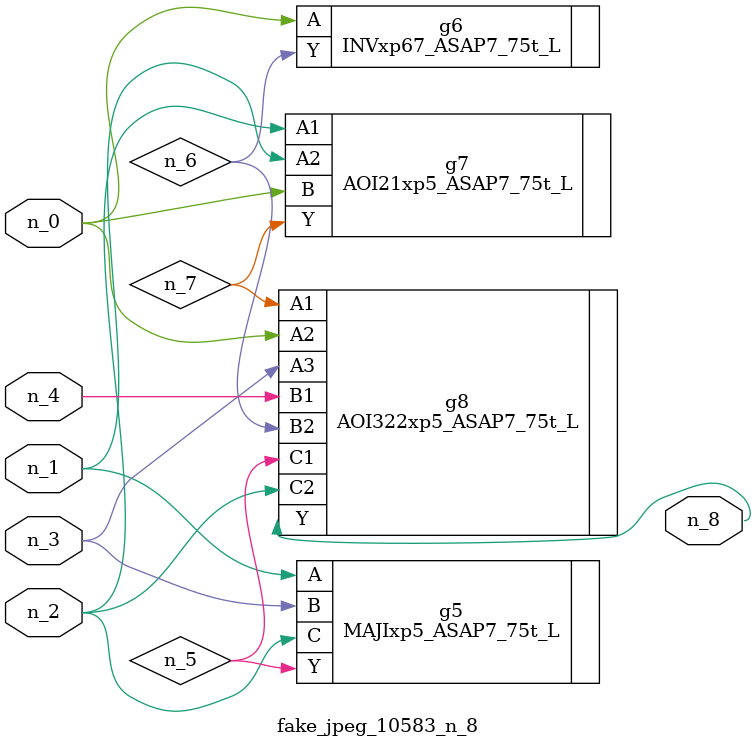
<source format=v>
module fake_jpeg_10583_n_8 (n_3, n_2, n_1, n_0, n_4, n_8);

input n_3;
input n_2;
input n_1;
input n_0;
input n_4;

output n_8;

wire n_6;
wire n_5;
wire n_7;

MAJIxp5_ASAP7_75t_L g5 ( 
.A(n_1),
.B(n_3),
.C(n_2),
.Y(n_5)
);

INVxp67_ASAP7_75t_L g6 ( 
.A(n_0),
.Y(n_6)
);

AOI21xp5_ASAP7_75t_L g7 ( 
.A1(n_2),
.A2(n_1),
.B(n_0),
.Y(n_7)
);

AOI322xp5_ASAP7_75t_L g8 ( 
.A1(n_7),
.A2(n_0),
.A3(n_3),
.B1(n_4),
.B2(n_6),
.C1(n_5),
.C2(n_2),
.Y(n_8)
);


endmodule
</source>
